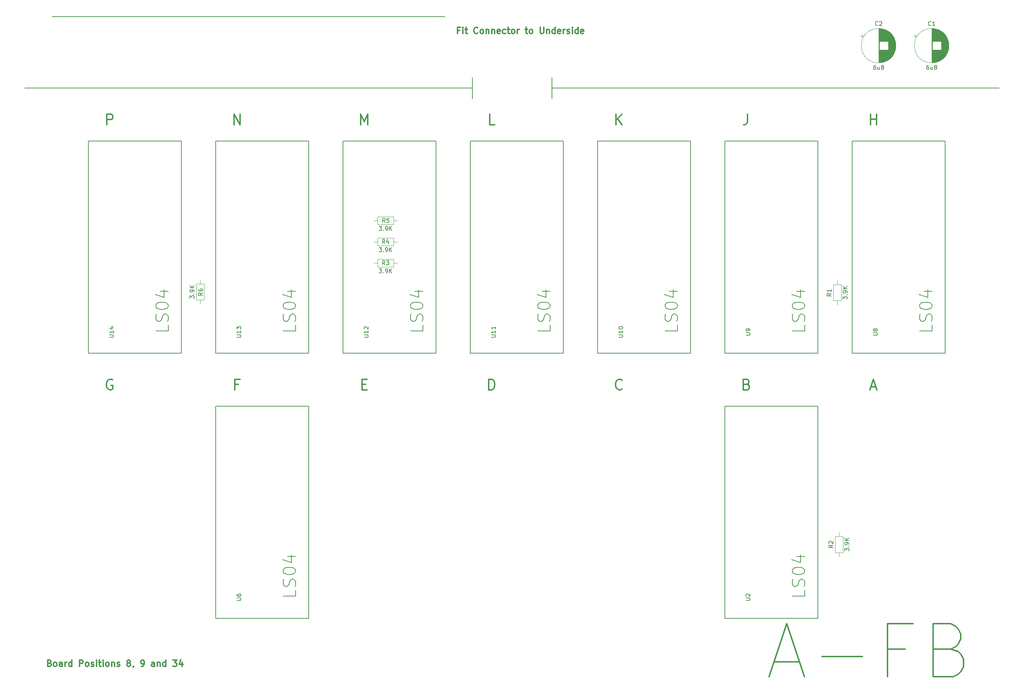
<source format=gbr>
G04 #@! TF.GenerationSoftware,KiCad,Pcbnew,(5.0.0)*
G04 #@! TF.CreationDate,2019-08-30T17:46:26+01:00*
G04 #@! TF.ProjectId,A-FB,412D46422E6B696361645F7063620000,rev?*
G04 #@! TF.SameCoordinates,Original*
G04 #@! TF.FileFunction,Legend,Top*
G04 #@! TF.FilePolarity,Positive*
%FSLAX46Y46*%
G04 Gerber Fmt 4.6, Leading zero omitted, Abs format (unit mm)*
G04 Created by KiCad (PCBNEW (5.0.0)) date 08/30/19 17:46:26*
%MOMM*%
%LPD*%
G01*
G04 APERTURE LIST*
%ADD10C,0.300000*%
%ADD11C,0.200000*%
%ADD12C,0.150000*%
%ADD13C,0.120000*%
G04 APERTURE END LIST*
D10*
X31357142Y-180892857D02*
X31571428Y-180964285D01*
X31642857Y-181035714D01*
X31714285Y-181178571D01*
X31714285Y-181392857D01*
X31642857Y-181535714D01*
X31571428Y-181607142D01*
X31428571Y-181678571D01*
X30857142Y-181678571D01*
X30857142Y-180178571D01*
X31357142Y-180178571D01*
X31500000Y-180250000D01*
X31571428Y-180321428D01*
X31642857Y-180464285D01*
X31642857Y-180607142D01*
X31571428Y-180750000D01*
X31500000Y-180821428D01*
X31357142Y-180892857D01*
X30857142Y-180892857D01*
X32571428Y-181678571D02*
X32428571Y-181607142D01*
X32357142Y-181535714D01*
X32285714Y-181392857D01*
X32285714Y-180964285D01*
X32357142Y-180821428D01*
X32428571Y-180750000D01*
X32571428Y-180678571D01*
X32785714Y-180678571D01*
X32928571Y-180750000D01*
X33000000Y-180821428D01*
X33071428Y-180964285D01*
X33071428Y-181392857D01*
X33000000Y-181535714D01*
X32928571Y-181607142D01*
X32785714Y-181678571D01*
X32571428Y-181678571D01*
X34357142Y-181678571D02*
X34357142Y-180892857D01*
X34285714Y-180750000D01*
X34142857Y-180678571D01*
X33857142Y-180678571D01*
X33714285Y-180750000D01*
X34357142Y-181607142D02*
X34214285Y-181678571D01*
X33857142Y-181678571D01*
X33714285Y-181607142D01*
X33642857Y-181464285D01*
X33642857Y-181321428D01*
X33714285Y-181178571D01*
X33857142Y-181107142D01*
X34214285Y-181107142D01*
X34357142Y-181035714D01*
X35071428Y-181678571D02*
X35071428Y-180678571D01*
X35071428Y-180964285D02*
X35142857Y-180821428D01*
X35214285Y-180750000D01*
X35357142Y-180678571D01*
X35500000Y-180678571D01*
X36642857Y-181678571D02*
X36642857Y-180178571D01*
X36642857Y-181607142D02*
X36500000Y-181678571D01*
X36214285Y-181678571D01*
X36071428Y-181607142D01*
X36000000Y-181535714D01*
X35928571Y-181392857D01*
X35928571Y-180964285D01*
X36000000Y-180821428D01*
X36071428Y-180750000D01*
X36214285Y-180678571D01*
X36500000Y-180678571D01*
X36642857Y-180750000D01*
X38500000Y-181678571D02*
X38500000Y-180178571D01*
X39071428Y-180178571D01*
X39214285Y-180250000D01*
X39285714Y-180321428D01*
X39357142Y-180464285D01*
X39357142Y-180678571D01*
X39285714Y-180821428D01*
X39214285Y-180892857D01*
X39071428Y-180964285D01*
X38500000Y-180964285D01*
X40214285Y-181678571D02*
X40071428Y-181607142D01*
X40000000Y-181535714D01*
X39928571Y-181392857D01*
X39928571Y-180964285D01*
X40000000Y-180821428D01*
X40071428Y-180750000D01*
X40214285Y-180678571D01*
X40428571Y-180678571D01*
X40571428Y-180750000D01*
X40642857Y-180821428D01*
X40714285Y-180964285D01*
X40714285Y-181392857D01*
X40642857Y-181535714D01*
X40571428Y-181607142D01*
X40428571Y-181678571D01*
X40214285Y-181678571D01*
X41285714Y-181607142D02*
X41428571Y-181678571D01*
X41714285Y-181678571D01*
X41857142Y-181607142D01*
X41928571Y-181464285D01*
X41928571Y-181392857D01*
X41857142Y-181250000D01*
X41714285Y-181178571D01*
X41500000Y-181178571D01*
X41357142Y-181107142D01*
X41285714Y-180964285D01*
X41285714Y-180892857D01*
X41357142Y-180750000D01*
X41500000Y-180678571D01*
X41714285Y-180678571D01*
X41857142Y-180750000D01*
X42571428Y-181678571D02*
X42571428Y-180678571D01*
X42571428Y-180178571D02*
X42500000Y-180250000D01*
X42571428Y-180321428D01*
X42642857Y-180250000D01*
X42571428Y-180178571D01*
X42571428Y-180321428D01*
X43071428Y-180678571D02*
X43642857Y-180678571D01*
X43285714Y-180178571D02*
X43285714Y-181464285D01*
X43357142Y-181607142D01*
X43500000Y-181678571D01*
X43642857Y-181678571D01*
X44142857Y-181678571D02*
X44142857Y-180678571D01*
X44142857Y-180178571D02*
X44071428Y-180250000D01*
X44142857Y-180321428D01*
X44214285Y-180250000D01*
X44142857Y-180178571D01*
X44142857Y-180321428D01*
X45071428Y-181678571D02*
X44928571Y-181607142D01*
X44857142Y-181535714D01*
X44785714Y-181392857D01*
X44785714Y-180964285D01*
X44857142Y-180821428D01*
X44928571Y-180750000D01*
X45071428Y-180678571D01*
X45285714Y-180678571D01*
X45428571Y-180750000D01*
X45500000Y-180821428D01*
X45571428Y-180964285D01*
X45571428Y-181392857D01*
X45500000Y-181535714D01*
X45428571Y-181607142D01*
X45285714Y-181678571D01*
X45071428Y-181678571D01*
X46214285Y-180678571D02*
X46214285Y-181678571D01*
X46214285Y-180821428D02*
X46285714Y-180750000D01*
X46428571Y-180678571D01*
X46642857Y-180678571D01*
X46785714Y-180750000D01*
X46857142Y-180892857D01*
X46857142Y-181678571D01*
X47500000Y-181607142D02*
X47642857Y-181678571D01*
X47928571Y-181678571D01*
X48071428Y-181607142D01*
X48142857Y-181464285D01*
X48142857Y-181392857D01*
X48071428Y-181250000D01*
X47928571Y-181178571D01*
X47714285Y-181178571D01*
X47571428Y-181107142D01*
X47500000Y-180964285D01*
X47500000Y-180892857D01*
X47571428Y-180750000D01*
X47714285Y-180678571D01*
X47928571Y-180678571D01*
X48071428Y-180750000D01*
X50142857Y-180821428D02*
X50000000Y-180750000D01*
X49928571Y-180678571D01*
X49857142Y-180535714D01*
X49857142Y-180464285D01*
X49928571Y-180321428D01*
X50000000Y-180250000D01*
X50142857Y-180178571D01*
X50428571Y-180178571D01*
X50571428Y-180250000D01*
X50642857Y-180321428D01*
X50714285Y-180464285D01*
X50714285Y-180535714D01*
X50642857Y-180678571D01*
X50571428Y-180750000D01*
X50428571Y-180821428D01*
X50142857Y-180821428D01*
X50000000Y-180892857D01*
X49928571Y-180964285D01*
X49857142Y-181107142D01*
X49857142Y-181392857D01*
X49928571Y-181535714D01*
X50000000Y-181607142D01*
X50142857Y-181678571D01*
X50428571Y-181678571D01*
X50571428Y-181607142D01*
X50642857Y-181535714D01*
X50714285Y-181392857D01*
X50714285Y-181107142D01*
X50642857Y-180964285D01*
X50571428Y-180892857D01*
X50428571Y-180821428D01*
X51428571Y-181607142D02*
X51428571Y-181678571D01*
X51357142Y-181821428D01*
X51285714Y-181892857D01*
X53285714Y-181678571D02*
X53571428Y-181678571D01*
X53714285Y-181607142D01*
X53785714Y-181535714D01*
X53928571Y-181321428D01*
X53999999Y-181035714D01*
X53999999Y-180464285D01*
X53928571Y-180321428D01*
X53857142Y-180250000D01*
X53714285Y-180178571D01*
X53428571Y-180178571D01*
X53285714Y-180250000D01*
X53214285Y-180321428D01*
X53142857Y-180464285D01*
X53142857Y-180821428D01*
X53214285Y-180964285D01*
X53285714Y-181035714D01*
X53428571Y-181107142D01*
X53714285Y-181107142D01*
X53857142Y-181035714D01*
X53928571Y-180964285D01*
X53999999Y-180821428D01*
X56428571Y-181678571D02*
X56428571Y-180892857D01*
X56357142Y-180750000D01*
X56214285Y-180678571D01*
X55928571Y-180678571D01*
X55785714Y-180750000D01*
X56428571Y-181607142D02*
X56285714Y-181678571D01*
X55928571Y-181678571D01*
X55785714Y-181607142D01*
X55714285Y-181464285D01*
X55714285Y-181321428D01*
X55785714Y-181178571D01*
X55928571Y-181107142D01*
X56285714Y-181107142D01*
X56428571Y-181035714D01*
X57142857Y-180678571D02*
X57142857Y-181678571D01*
X57142857Y-180821428D02*
X57214285Y-180750000D01*
X57357142Y-180678571D01*
X57571428Y-180678571D01*
X57714285Y-180750000D01*
X57785714Y-180892857D01*
X57785714Y-181678571D01*
X59142857Y-181678571D02*
X59142857Y-180178571D01*
X59142857Y-181607142D02*
X59000000Y-181678571D01*
X58714285Y-181678571D01*
X58571428Y-181607142D01*
X58500000Y-181535714D01*
X58428571Y-181392857D01*
X58428571Y-180964285D01*
X58500000Y-180821428D01*
X58571428Y-180750000D01*
X58714285Y-180678571D01*
X59000000Y-180678571D01*
X59142857Y-180750000D01*
X60857142Y-180178571D02*
X61785714Y-180178571D01*
X61285714Y-180750000D01*
X61500000Y-180750000D01*
X61642857Y-180821428D01*
X61714285Y-180892857D01*
X61785714Y-181035714D01*
X61785714Y-181392857D01*
X61714285Y-181535714D01*
X61642857Y-181607142D01*
X61500000Y-181678571D01*
X61071428Y-181678571D01*
X60928571Y-181607142D01*
X60857142Y-181535714D01*
X63071428Y-180678571D02*
X63071428Y-181678571D01*
X62714285Y-180107142D02*
X62357142Y-181178571D01*
X63285714Y-181178571D01*
X45054761Y-51949047D02*
X45054761Y-49409047D01*
X46022380Y-49409047D01*
X46264285Y-49530000D01*
X46385238Y-49650952D01*
X46506190Y-49892857D01*
X46506190Y-50255714D01*
X46385238Y-50497619D01*
X46264285Y-50618571D01*
X46022380Y-50739523D01*
X45054761Y-50739523D01*
X75474285Y-51949047D02*
X75474285Y-49409047D01*
X76925714Y-51949047D01*
X76925714Y-49409047D01*
X105833333Y-51949047D02*
X105833333Y-49409047D01*
X106680000Y-51223333D01*
X107526666Y-49409047D01*
X107526666Y-51949047D01*
X137946190Y-51949047D02*
X136736666Y-51949047D01*
X136736666Y-49409047D01*
X166974761Y-51949047D02*
X166974761Y-49409047D01*
X168426190Y-51949047D02*
X167337619Y-50497619D01*
X168426190Y-49409047D02*
X166974761Y-50860476D01*
X198482857Y-49409047D02*
X198482857Y-51223333D01*
X198361904Y-51586190D01*
X198120000Y-51828095D01*
X197757142Y-51949047D01*
X197515238Y-51949047D01*
X227874285Y-51949047D02*
X227874285Y-49409047D01*
X227874285Y-50618571D02*
X229325714Y-50618571D01*
X229325714Y-51949047D02*
X229325714Y-49409047D01*
X46385238Y-113030000D02*
X46143333Y-112909047D01*
X45780476Y-112909047D01*
X45417619Y-113030000D01*
X45175714Y-113271904D01*
X45054761Y-113513809D01*
X44933809Y-113997619D01*
X44933809Y-114360476D01*
X45054761Y-114844285D01*
X45175714Y-115086190D01*
X45417619Y-115328095D01*
X45780476Y-115449047D01*
X46022380Y-115449047D01*
X46385238Y-115328095D01*
X46506190Y-115207142D01*
X46506190Y-114360476D01*
X46022380Y-114360476D01*
X76562857Y-114118571D02*
X75716190Y-114118571D01*
X75716190Y-115449047D02*
X75716190Y-112909047D01*
X76925714Y-112909047D01*
X106135714Y-114118571D02*
X106982380Y-114118571D01*
X107345238Y-115449047D02*
X106135714Y-115449047D01*
X106135714Y-112909047D01*
X107345238Y-112909047D01*
X136494761Y-115449047D02*
X136494761Y-112909047D01*
X137099523Y-112909047D01*
X137462380Y-113030000D01*
X137704285Y-113271904D01*
X137825238Y-113513809D01*
X137946190Y-113997619D01*
X137946190Y-114360476D01*
X137825238Y-114844285D01*
X137704285Y-115086190D01*
X137462380Y-115328095D01*
X137099523Y-115449047D01*
X136494761Y-115449047D01*
X168426190Y-115207142D02*
X168305238Y-115328095D01*
X167942380Y-115449047D01*
X167700476Y-115449047D01*
X167337619Y-115328095D01*
X167095714Y-115086190D01*
X166974761Y-114844285D01*
X166853809Y-114360476D01*
X166853809Y-113997619D01*
X166974761Y-113513809D01*
X167095714Y-113271904D01*
X167337619Y-113030000D01*
X167700476Y-112909047D01*
X167942380Y-112909047D01*
X168305238Y-113030000D01*
X168426190Y-113150952D01*
X198301428Y-114118571D02*
X198664285Y-114239523D01*
X198785238Y-114360476D01*
X198906190Y-114602380D01*
X198906190Y-114965238D01*
X198785238Y-115207142D01*
X198664285Y-115328095D01*
X198422380Y-115449047D01*
X197454761Y-115449047D01*
X197454761Y-112909047D01*
X198301428Y-112909047D01*
X198543333Y-113030000D01*
X198664285Y-113150952D01*
X198785238Y-113392857D01*
X198785238Y-113634761D01*
X198664285Y-113876666D01*
X198543333Y-113997619D01*
X198301428Y-114118571D01*
X197454761Y-114118571D01*
X227995238Y-114723333D02*
X229204761Y-114723333D01*
X227753333Y-115449047D02*
X228600000Y-112909047D01*
X229446666Y-115449047D01*
X129510071Y-29356857D02*
X129010071Y-29356857D01*
X129010071Y-30142571D02*
X129010071Y-28642571D01*
X129724357Y-28642571D01*
X130295785Y-30142571D02*
X130295785Y-29142571D01*
X130295785Y-28642571D02*
X130224357Y-28714000D01*
X130295785Y-28785428D01*
X130367214Y-28714000D01*
X130295785Y-28642571D01*
X130295785Y-28785428D01*
X130795785Y-29142571D02*
X131367214Y-29142571D01*
X131010071Y-28642571D02*
X131010071Y-29928285D01*
X131081500Y-30071142D01*
X131224357Y-30142571D01*
X131367214Y-30142571D01*
X133867214Y-29999714D02*
X133795785Y-30071142D01*
X133581500Y-30142571D01*
X133438642Y-30142571D01*
X133224357Y-30071142D01*
X133081500Y-29928285D01*
X133010071Y-29785428D01*
X132938642Y-29499714D01*
X132938642Y-29285428D01*
X133010071Y-28999714D01*
X133081500Y-28856857D01*
X133224357Y-28714000D01*
X133438642Y-28642571D01*
X133581500Y-28642571D01*
X133795785Y-28714000D01*
X133867214Y-28785428D01*
X134724357Y-30142571D02*
X134581500Y-30071142D01*
X134510071Y-29999714D01*
X134438642Y-29856857D01*
X134438642Y-29428285D01*
X134510071Y-29285428D01*
X134581500Y-29214000D01*
X134724357Y-29142571D01*
X134938642Y-29142571D01*
X135081500Y-29214000D01*
X135152928Y-29285428D01*
X135224357Y-29428285D01*
X135224357Y-29856857D01*
X135152928Y-29999714D01*
X135081500Y-30071142D01*
X134938642Y-30142571D01*
X134724357Y-30142571D01*
X135867214Y-29142571D02*
X135867214Y-30142571D01*
X135867214Y-29285428D02*
X135938642Y-29214000D01*
X136081500Y-29142571D01*
X136295785Y-29142571D01*
X136438642Y-29214000D01*
X136510071Y-29356857D01*
X136510071Y-30142571D01*
X137224357Y-29142571D02*
X137224357Y-30142571D01*
X137224357Y-29285428D02*
X137295785Y-29214000D01*
X137438642Y-29142571D01*
X137652928Y-29142571D01*
X137795785Y-29214000D01*
X137867214Y-29356857D01*
X137867214Y-30142571D01*
X139152928Y-30071142D02*
X139010071Y-30142571D01*
X138724357Y-30142571D01*
X138581500Y-30071142D01*
X138510071Y-29928285D01*
X138510071Y-29356857D01*
X138581500Y-29214000D01*
X138724357Y-29142571D01*
X139010071Y-29142571D01*
X139152928Y-29214000D01*
X139224357Y-29356857D01*
X139224357Y-29499714D01*
X138510071Y-29642571D01*
X140510071Y-30071142D02*
X140367214Y-30142571D01*
X140081500Y-30142571D01*
X139938642Y-30071142D01*
X139867214Y-29999714D01*
X139795785Y-29856857D01*
X139795785Y-29428285D01*
X139867214Y-29285428D01*
X139938642Y-29214000D01*
X140081500Y-29142571D01*
X140367214Y-29142571D01*
X140510071Y-29214000D01*
X140938642Y-29142571D02*
X141510071Y-29142571D01*
X141152928Y-28642571D02*
X141152928Y-29928285D01*
X141224357Y-30071142D01*
X141367214Y-30142571D01*
X141510071Y-30142571D01*
X142224357Y-30142571D02*
X142081500Y-30071142D01*
X142010071Y-29999714D01*
X141938642Y-29856857D01*
X141938642Y-29428285D01*
X142010071Y-29285428D01*
X142081500Y-29214000D01*
X142224357Y-29142571D01*
X142438642Y-29142571D01*
X142581500Y-29214000D01*
X142652928Y-29285428D01*
X142724357Y-29428285D01*
X142724357Y-29856857D01*
X142652928Y-29999714D01*
X142581500Y-30071142D01*
X142438642Y-30142571D01*
X142224357Y-30142571D01*
X143367214Y-30142571D02*
X143367214Y-29142571D01*
X143367214Y-29428285D02*
X143438642Y-29285428D01*
X143510071Y-29214000D01*
X143652928Y-29142571D01*
X143795785Y-29142571D01*
X145224357Y-29142571D02*
X145795785Y-29142571D01*
X145438642Y-28642571D02*
X145438642Y-29928285D01*
X145510071Y-30071142D01*
X145652928Y-30142571D01*
X145795785Y-30142571D01*
X146510071Y-30142571D02*
X146367214Y-30071142D01*
X146295785Y-29999714D01*
X146224357Y-29856857D01*
X146224357Y-29428285D01*
X146295785Y-29285428D01*
X146367214Y-29214000D01*
X146510071Y-29142571D01*
X146724357Y-29142571D01*
X146867214Y-29214000D01*
X146938642Y-29285428D01*
X147010071Y-29428285D01*
X147010071Y-29856857D01*
X146938642Y-29999714D01*
X146867214Y-30071142D01*
X146724357Y-30142571D01*
X146510071Y-30142571D01*
X148795785Y-28642571D02*
X148795785Y-29856857D01*
X148867214Y-29999714D01*
X148938642Y-30071142D01*
X149081500Y-30142571D01*
X149367214Y-30142571D01*
X149510071Y-30071142D01*
X149581500Y-29999714D01*
X149652928Y-29856857D01*
X149652928Y-28642571D01*
X150367214Y-29142571D02*
X150367214Y-30142571D01*
X150367214Y-29285428D02*
X150438642Y-29214000D01*
X150581500Y-29142571D01*
X150795785Y-29142571D01*
X150938642Y-29214000D01*
X151010071Y-29356857D01*
X151010071Y-30142571D01*
X152367214Y-30142571D02*
X152367214Y-28642571D01*
X152367214Y-30071142D02*
X152224357Y-30142571D01*
X151938642Y-30142571D01*
X151795785Y-30071142D01*
X151724357Y-29999714D01*
X151652928Y-29856857D01*
X151652928Y-29428285D01*
X151724357Y-29285428D01*
X151795785Y-29214000D01*
X151938642Y-29142571D01*
X152224357Y-29142571D01*
X152367214Y-29214000D01*
X153652928Y-30071142D02*
X153510071Y-30142571D01*
X153224357Y-30142571D01*
X153081500Y-30071142D01*
X153010071Y-29928285D01*
X153010071Y-29356857D01*
X153081500Y-29214000D01*
X153224357Y-29142571D01*
X153510071Y-29142571D01*
X153652928Y-29214000D01*
X153724357Y-29356857D01*
X153724357Y-29499714D01*
X153010071Y-29642571D01*
X154367214Y-30142571D02*
X154367214Y-29142571D01*
X154367214Y-29428285D02*
X154438642Y-29285428D01*
X154510071Y-29214000D01*
X154652928Y-29142571D01*
X154795785Y-29142571D01*
X155224357Y-30071142D02*
X155367214Y-30142571D01*
X155652928Y-30142571D01*
X155795785Y-30071142D01*
X155867214Y-29928285D01*
X155867214Y-29856857D01*
X155795785Y-29714000D01*
X155652928Y-29642571D01*
X155438642Y-29642571D01*
X155295785Y-29571142D01*
X155224357Y-29428285D01*
X155224357Y-29356857D01*
X155295785Y-29214000D01*
X155438642Y-29142571D01*
X155652928Y-29142571D01*
X155795785Y-29214000D01*
X156510071Y-30142571D02*
X156510071Y-29142571D01*
X156510071Y-28642571D02*
X156438642Y-28714000D01*
X156510071Y-28785428D01*
X156581500Y-28714000D01*
X156510071Y-28642571D01*
X156510071Y-28785428D01*
X157867214Y-30142571D02*
X157867214Y-28642571D01*
X157867214Y-30071142D02*
X157724357Y-30142571D01*
X157438642Y-30142571D01*
X157295785Y-30071142D01*
X157224357Y-29999714D01*
X157152928Y-29856857D01*
X157152928Y-29428285D01*
X157224357Y-29285428D01*
X157295785Y-29214000D01*
X157438642Y-29142571D01*
X157724357Y-29142571D01*
X157867214Y-29214000D01*
X159152928Y-30071142D02*
X159010071Y-30142571D01*
X158724357Y-30142571D01*
X158581500Y-30071142D01*
X158510071Y-29928285D01*
X158510071Y-29356857D01*
X158581500Y-29214000D01*
X158724357Y-29142571D01*
X159010071Y-29142571D01*
X159152928Y-29214000D01*
X159224357Y-29356857D01*
X159224357Y-29499714D01*
X158510071Y-29642571D01*
D11*
X32004000Y-26098500D02*
X125984000Y-26098500D01*
X151599900Y-40640000D02*
X151599900Y-45720000D01*
X151599900Y-43180000D02*
X258749800Y-43180000D01*
X132549900Y-40640000D02*
X132549900Y-45720000D01*
X25400000Y-43180000D02*
X132549900Y-43180000D01*
D10*
X204778428Y-180551666D02*
X210826047Y-180551666D01*
X203568904Y-184180238D02*
X207802238Y-171480238D01*
X212035571Y-184180238D01*
X216268904Y-179342142D02*
X225945095Y-179342142D01*
X236226047Y-177527857D02*
X231992714Y-177527857D01*
X231992714Y-184180238D02*
X231992714Y-171480238D01*
X238040333Y-171480238D01*
X247111761Y-177527857D02*
X248926047Y-178132619D01*
X249530809Y-178737380D01*
X250135571Y-179946904D01*
X250135571Y-181761190D01*
X249530809Y-182970714D01*
X248926047Y-183575476D01*
X247716523Y-184180238D01*
X242878428Y-184180238D01*
X242878428Y-171480238D01*
X247111761Y-171480238D01*
X248321285Y-172085000D01*
X248926047Y-172689761D01*
X249530809Y-173899285D01*
X249530809Y-175108809D01*
X248926047Y-176318333D01*
X248321285Y-176923095D01*
X247111761Y-177527857D01*
X242878428Y-177527857D01*
D12*
G04 #@! TO.C,U8*
X245745000Y-106680000D02*
X223520000Y-106680000D01*
X245745000Y-55880000D02*
X245745000Y-106680000D01*
X223520000Y-55880000D02*
X245745000Y-55880000D01*
X223520000Y-106680000D02*
X223520000Y-55880000D01*
G04 #@! TO.C,U12*
X123825000Y-106680000D02*
X101600000Y-106680000D01*
X123825000Y-55880000D02*
X123825000Y-106680000D01*
X101600000Y-55880000D02*
X123825000Y-55880000D01*
X101600000Y-106680000D02*
X101600000Y-55880000D01*
G04 #@! TO.C,U11*
X154305000Y-106680000D02*
X132080000Y-106680000D01*
X154305000Y-55880000D02*
X154305000Y-106680000D01*
X132080000Y-55880000D02*
X154305000Y-55880000D01*
X132080000Y-106680000D02*
X132080000Y-55880000D01*
G04 #@! TO.C,U14*
X62865000Y-106680000D02*
X40640000Y-106680000D01*
X62865000Y-55880000D02*
X62865000Y-106680000D01*
X40640000Y-55880000D02*
X62865000Y-55880000D01*
X40640000Y-106680000D02*
X40640000Y-55880000D01*
G04 #@! TO.C,U13*
X93345000Y-106680000D02*
X71120000Y-106680000D01*
X93345000Y-55880000D02*
X93345000Y-106680000D01*
X71120000Y-55880000D02*
X93345000Y-55880000D01*
X71120000Y-106680000D02*
X71120000Y-55880000D01*
D13*
G04 #@! TO.C,R3*
X109865000Y-84144600D02*
X109865000Y-85984600D01*
X109865000Y-85984600D02*
X113705000Y-85984600D01*
X113705000Y-85984600D02*
X113705000Y-84144600D01*
X113705000Y-84144600D02*
X109865000Y-84144600D01*
X108915000Y-85064600D02*
X109865000Y-85064600D01*
X114655000Y-85064600D02*
X113705000Y-85064600D01*
G04 #@! TO.C,R4*
X109865000Y-79090000D02*
X109865000Y-80930000D01*
X109865000Y-80930000D02*
X113705000Y-80930000D01*
X113705000Y-80930000D02*
X113705000Y-79090000D01*
X113705000Y-79090000D02*
X109865000Y-79090000D01*
X108915000Y-80010000D02*
X109865000Y-80010000D01*
X114655000Y-80010000D02*
X113705000Y-80010000D01*
G04 #@! TO.C,R5*
X109865000Y-74010000D02*
X109865000Y-75850000D01*
X109865000Y-75850000D02*
X113705000Y-75850000D01*
X113705000Y-75850000D02*
X113705000Y-74010000D01*
X113705000Y-74010000D02*
X109865000Y-74010000D01*
X108915000Y-74930000D02*
X109865000Y-74930000D01*
X114655000Y-74930000D02*
X113705000Y-74930000D01*
G04 #@! TO.C,R6*
X68331600Y-90053400D02*
X66491600Y-90053400D01*
X66491600Y-90053400D02*
X66491600Y-93893400D01*
X66491600Y-93893400D02*
X68331600Y-93893400D01*
X68331600Y-93893400D02*
X68331600Y-90053400D01*
X67411600Y-89103400D02*
X67411600Y-90053400D01*
X67411600Y-94843400D02*
X67411600Y-93893400D01*
D12*
G04 #@! TO.C,U2*
X215265000Y-170180000D02*
X193040000Y-170180000D01*
X215265000Y-119380000D02*
X215265000Y-170180000D01*
X193040000Y-119380000D02*
X215265000Y-119380000D01*
X193040000Y-170180000D02*
X193040000Y-119380000D01*
G04 #@! TO.C,U6*
X93345000Y-170180000D02*
X71120000Y-170180000D01*
X93345000Y-119380000D02*
X93345000Y-170180000D01*
X71120000Y-119380000D02*
X93345000Y-119380000D01*
X71120000Y-170180000D02*
X71120000Y-119380000D01*
G04 #@! TO.C,U9*
X215265000Y-106680000D02*
X193040000Y-106680000D01*
X215265000Y-55880000D02*
X215265000Y-106680000D01*
X193040000Y-55880000D02*
X215265000Y-55880000D01*
X193040000Y-106680000D02*
X193040000Y-55880000D01*
G04 #@! TO.C,U10*
X184785000Y-106680000D02*
X162560000Y-106680000D01*
X184785000Y-55880000D02*
X184785000Y-106680000D01*
X162560000Y-55880000D02*
X184785000Y-55880000D01*
X162560000Y-106680000D02*
X162560000Y-55880000D01*
D13*
G04 #@! TO.C,C1*
X238540302Y-30305000D02*
X238540302Y-31105000D01*
X238140302Y-30705000D02*
X238940302Y-30705000D01*
X246631000Y-32487000D02*
X246631000Y-33553000D01*
X246591000Y-32252000D02*
X246591000Y-33788000D01*
X246551000Y-32072000D02*
X246551000Y-33968000D01*
X246511000Y-31922000D02*
X246511000Y-34118000D01*
X246471000Y-31791000D02*
X246471000Y-34249000D01*
X246431000Y-31674000D02*
X246431000Y-34366000D01*
X246391000Y-31567000D02*
X246391000Y-34473000D01*
X246351000Y-31468000D02*
X246351000Y-34572000D01*
X246311000Y-31375000D02*
X246311000Y-34665000D01*
X246271000Y-31289000D02*
X246271000Y-34751000D01*
X246231000Y-31207000D02*
X246231000Y-34833000D01*
X246191000Y-31130000D02*
X246191000Y-34910000D01*
X246151000Y-31056000D02*
X246151000Y-34984000D01*
X246111000Y-30986000D02*
X246111000Y-35054000D01*
X246071000Y-30918000D02*
X246071000Y-35122000D01*
X246031000Y-30854000D02*
X246031000Y-35186000D01*
X245991000Y-30792000D02*
X245991000Y-35248000D01*
X245951000Y-30733000D02*
X245951000Y-35307000D01*
X245911000Y-30675000D02*
X245911000Y-35365000D01*
X245871000Y-30620000D02*
X245871000Y-35420000D01*
X245831000Y-30566000D02*
X245831000Y-35474000D01*
X245791000Y-30515000D02*
X245791000Y-35525000D01*
X245751000Y-30464000D02*
X245751000Y-35576000D01*
X245711000Y-30416000D02*
X245711000Y-35624000D01*
X245671000Y-30369000D02*
X245671000Y-35671000D01*
X245631000Y-30323000D02*
X245631000Y-35717000D01*
X245591000Y-30279000D02*
X245591000Y-35761000D01*
X245551000Y-30236000D02*
X245551000Y-35804000D01*
X245511000Y-30194000D02*
X245511000Y-35846000D01*
X245471000Y-30153000D02*
X245471000Y-35887000D01*
X245431000Y-30113000D02*
X245431000Y-35927000D01*
X245391000Y-30075000D02*
X245391000Y-35965000D01*
X245351000Y-30037000D02*
X245351000Y-36003000D01*
X245311000Y-30001000D02*
X245311000Y-36039000D01*
X245271000Y-29965000D02*
X245271000Y-36075000D01*
X245231000Y-29930000D02*
X245231000Y-36110000D01*
X245191000Y-29896000D02*
X245191000Y-36144000D01*
X245151000Y-29864000D02*
X245151000Y-36176000D01*
X245111000Y-29831000D02*
X245111000Y-36209000D01*
X245071000Y-29800000D02*
X245071000Y-36240000D01*
X245031000Y-29770000D02*
X245031000Y-36270000D01*
X244991000Y-29740000D02*
X244991000Y-36300000D01*
X244951000Y-29711000D02*
X244951000Y-36329000D01*
X244911000Y-29682000D02*
X244911000Y-36358000D01*
X244871000Y-29655000D02*
X244871000Y-36385000D01*
X244831000Y-34060000D02*
X244831000Y-36412000D01*
X244831000Y-29628000D02*
X244831000Y-31980000D01*
X244791000Y-34060000D02*
X244791000Y-36438000D01*
X244791000Y-29602000D02*
X244791000Y-31980000D01*
X244751000Y-34060000D02*
X244751000Y-36464000D01*
X244751000Y-29576000D02*
X244751000Y-31980000D01*
X244711000Y-34060000D02*
X244711000Y-36489000D01*
X244711000Y-29551000D02*
X244711000Y-31980000D01*
X244671000Y-34060000D02*
X244671000Y-36513000D01*
X244671000Y-29527000D02*
X244671000Y-31980000D01*
X244631000Y-34060000D02*
X244631000Y-36537000D01*
X244631000Y-29503000D02*
X244631000Y-31980000D01*
X244591000Y-34060000D02*
X244591000Y-36560000D01*
X244591000Y-29480000D02*
X244591000Y-31980000D01*
X244551000Y-34060000D02*
X244551000Y-36582000D01*
X244551000Y-29458000D02*
X244551000Y-31980000D01*
X244511000Y-34060000D02*
X244511000Y-36604000D01*
X244511000Y-29436000D02*
X244511000Y-31980000D01*
X244471000Y-34060000D02*
X244471000Y-36626000D01*
X244471000Y-29414000D02*
X244471000Y-31980000D01*
X244431000Y-34060000D02*
X244431000Y-36647000D01*
X244431000Y-29393000D02*
X244431000Y-31980000D01*
X244391000Y-34060000D02*
X244391000Y-36667000D01*
X244391000Y-29373000D02*
X244391000Y-31980000D01*
X244351000Y-34060000D02*
X244351000Y-36686000D01*
X244351000Y-29354000D02*
X244351000Y-31980000D01*
X244311000Y-34060000D02*
X244311000Y-36706000D01*
X244311000Y-29334000D02*
X244311000Y-31980000D01*
X244271000Y-34060000D02*
X244271000Y-36724000D01*
X244271000Y-29316000D02*
X244271000Y-31980000D01*
X244231000Y-34060000D02*
X244231000Y-36742000D01*
X244231000Y-29298000D02*
X244231000Y-31980000D01*
X244191000Y-34060000D02*
X244191000Y-36760000D01*
X244191000Y-29280000D02*
X244191000Y-31980000D01*
X244151000Y-34060000D02*
X244151000Y-36777000D01*
X244151000Y-29263000D02*
X244151000Y-31980000D01*
X244111000Y-34060000D02*
X244111000Y-36794000D01*
X244111000Y-29246000D02*
X244111000Y-31980000D01*
X244071000Y-34060000D02*
X244071000Y-36810000D01*
X244071000Y-29230000D02*
X244071000Y-31980000D01*
X244031000Y-34060000D02*
X244031000Y-36825000D01*
X244031000Y-29215000D02*
X244031000Y-31980000D01*
X243991000Y-34060000D02*
X243991000Y-36841000D01*
X243991000Y-29199000D02*
X243991000Y-31980000D01*
X243951000Y-34060000D02*
X243951000Y-36855000D01*
X243951000Y-29185000D02*
X243951000Y-31980000D01*
X243911000Y-34060000D02*
X243911000Y-36870000D01*
X243911000Y-29170000D02*
X243911000Y-31980000D01*
X243871000Y-34060000D02*
X243871000Y-36883000D01*
X243871000Y-29157000D02*
X243871000Y-31980000D01*
X243831000Y-34060000D02*
X243831000Y-36897000D01*
X243831000Y-29143000D02*
X243831000Y-31980000D01*
X243791000Y-34060000D02*
X243791000Y-36909000D01*
X243791000Y-29131000D02*
X243791000Y-31980000D01*
X243751000Y-34060000D02*
X243751000Y-36922000D01*
X243751000Y-29118000D02*
X243751000Y-31980000D01*
X243711000Y-34060000D02*
X243711000Y-36934000D01*
X243711000Y-29106000D02*
X243711000Y-31980000D01*
X243671000Y-34060000D02*
X243671000Y-36945000D01*
X243671000Y-29095000D02*
X243671000Y-31980000D01*
X243631000Y-34060000D02*
X243631000Y-36956000D01*
X243631000Y-29084000D02*
X243631000Y-31980000D01*
X243591000Y-34060000D02*
X243591000Y-36967000D01*
X243591000Y-29073000D02*
X243591000Y-31980000D01*
X243551000Y-34060000D02*
X243551000Y-36977000D01*
X243551000Y-29063000D02*
X243551000Y-31980000D01*
X243511000Y-34060000D02*
X243511000Y-36987000D01*
X243511000Y-29053000D02*
X243511000Y-31980000D01*
X243471000Y-34060000D02*
X243471000Y-36996000D01*
X243471000Y-29044000D02*
X243471000Y-31980000D01*
X243431000Y-34060000D02*
X243431000Y-37005000D01*
X243431000Y-29035000D02*
X243431000Y-31980000D01*
X243391000Y-34060000D02*
X243391000Y-37014000D01*
X243391000Y-29026000D02*
X243391000Y-31980000D01*
X243351000Y-34060000D02*
X243351000Y-37022000D01*
X243351000Y-29018000D02*
X243351000Y-31980000D01*
X243311000Y-34060000D02*
X243311000Y-37030000D01*
X243311000Y-29010000D02*
X243311000Y-31980000D01*
X243271000Y-34060000D02*
X243271000Y-37037000D01*
X243271000Y-29003000D02*
X243271000Y-31980000D01*
X243230000Y-34060000D02*
X243230000Y-37044000D01*
X243230000Y-28996000D02*
X243230000Y-31980000D01*
X243190000Y-34060000D02*
X243190000Y-37050000D01*
X243190000Y-28990000D02*
X243190000Y-31980000D01*
X243150000Y-34060000D02*
X243150000Y-37057000D01*
X243150000Y-28983000D02*
X243150000Y-31980000D01*
X243110000Y-34060000D02*
X243110000Y-37062000D01*
X243110000Y-28978000D02*
X243110000Y-31980000D01*
X243070000Y-34060000D02*
X243070000Y-37068000D01*
X243070000Y-28972000D02*
X243070000Y-31980000D01*
X243030000Y-34060000D02*
X243030000Y-37072000D01*
X243030000Y-28968000D02*
X243030000Y-31980000D01*
X242990000Y-34060000D02*
X242990000Y-37077000D01*
X242990000Y-28963000D02*
X242990000Y-31980000D01*
X242950000Y-34060000D02*
X242950000Y-37081000D01*
X242950000Y-28959000D02*
X242950000Y-31980000D01*
X242910000Y-34060000D02*
X242910000Y-37085000D01*
X242910000Y-28955000D02*
X242910000Y-31980000D01*
X242870000Y-34060000D02*
X242870000Y-37088000D01*
X242870000Y-28952000D02*
X242870000Y-31980000D01*
X242830000Y-34060000D02*
X242830000Y-37091000D01*
X242830000Y-28949000D02*
X242830000Y-31980000D01*
X242790000Y-34060000D02*
X242790000Y-37094000D01*
X242790000Y-28946000D02*
X242790000Y-31980000D01*
X242750000Y-28944000D02*
X242750000Y-37096000D01*
X242710000Y-28943000D02*
X242710000Y-37097000D01*
X242670000Y-28941000D02*
X242670000Y-37099000D01*
X242630000Y-28940000D02*
X242630000Y-37100000D01*
X242590000Y-28940000D02*
X242590000Y-37100000D01*
X242550000Y-28940000D02*
X242550000Y-37100000D01*
X246670000Y-33020000D02*
G75*
G03X246670000Y-33020000I-4120000J0D01*
G01*
G04 #@! TO.C,C2*
X225840302Y-30305000D02*
X225840302Y-31105000D01*
X225440302Y-30705000D02*
X226240302Y-30705000D01*
X233931000Y-32487000D02*
X233931000Y-33553000D01*
X233891000Y-32252000D02*
X233891000Y-33788000D01*
X233851000Y-32072000D02*
X233851000Y-33968000D01*
X233811000Y-31922000D02*
X233811000Y-34118000D01*
X233771000Y-31791000D02*
X233771000Y-34249000D01*
X233731000Y-31674000D02*
X233731000Y-34366000D01*
X233691000Y-31567000D02*
X233691000Y-34473000D01*
X233651000Y-31468000D02*
X233651000Y-34572000D01*
X233611000Y-31375000D02*
X233611000Y-34665000D01*
X233571000Y-31289000D02*
X233571000Y-34751000D01*
X233531000Y-31207000D02*
X233531000Y-34833000D01*
X233491000Y-31130000D02*
X233491000Y-34910000D01*
X233451000Y-31056000D02*
X233451000Y-34984000D01*
X233411000Y-30986000D02*
X233411000Y-35054000D01*
X233371000Y-30918000D02*
X233371000Y-35122000D01*
X233331000Y-30854000D02*
X233331000Y-35186000D01*
X233291000Y-30792000D02*
X233291000Y-35248000D01*
X233251000Y-30733000D02*
X233251000Y-35307000D01*
X233211000Y-30675000D02*
X233211000Y-35365000D01*
X233171000Y-30620000D02*
X233171000Y-35420000D01*
X233131000Y-30566000D02*
X233131000Y-35474000D01*
X233091000Y-30515000D02*
X233091000Y-35525000D01*
X233051000Y-30464000D02*
X233051000Y-35576000D01*
X233011000Y-30416000D02*
X233011000Y-35624000D01*
X232971000Y-30369000D02*
X232971000Y-35671000D01*
X232931000Y-30323000D02*
X232931000Y-35717000D01*
X232891000Y-30279000D02*
X232891000Y-35761000D01*
X232851000Y-30236000D02*
X232851000Y-35804000D01*
X232811000Y-30194000D02*
X232811000Y-35846000D01*
X232771000Y-30153000D02*
X232771000Y-35887000D01*
X232731000Y-30113000D02*
X232731000Y-35927000D01*
X232691000Y-30075000D02*
X232691000Y-35965000D01*
X232651000Y-30037000D02*
X232651000Y-36003000D01*
X232611000Y-30001000D02*
X232611000Y-36039000D01*
X232571000Y-29965000D02*
X232571000Y-36075000D01*
X232531000Y-29930000D02*
X232531000Y-36110000D01*
X232491000Y-29896000D02*
X232491000Y-36144000D01*
X232451000Y-29864000D02*
X232451000Y-36176000D01*
X232411000Y-29831000D02*
X232411000Y-36209000D01*
X232371000Y-29800000D02*
X232371000Y-36240000D01*
X232331000Y-29770000D02*
X232331000Y-36270000D01*
X232291000Y-29740000D02*
X232291000Y-36300000D01*
X232251000Y-29711000D02*
X232251000Y-36329000D01*
X232211000Y-29682000D02*
X232211000Y-36358000D01*
X232171000Y-29655000D02*
X232171000Y-36385000D01*
X232131000Y-34060000D02*
X232131000Y-36412000D01*
X232131000Y-29628000D02*
X232131000Y-31980000D01*
X232091000Y-34060000D02*
X232091000Y-36438000D01*
X232091000Y-29602000D02*
X232091000Y-31980000D01*
X232051000Y-34060000D02*
X232051000Y-36464000D01*
X232051000Y-29576000D02*
X232051000Y-31980000D01*
X232011000Y-34060000D02*
X232011000Y-36489000D01*
X232011000Y-29551000D02*
X232011000Y-31980000D01*
X231971000Y-34060000D02*
X231971000Y-36513000D01*
X231971000Y-29527000D02*
X231971000Y-31980000D01*
X231931000Y-34060000D02*
X231931000Y-36537000D01*
X231931000Y-29503000D02*
X231931000Y-31980000D01*
X231891000Y-34060000D02*
X231891000Y-36560000D01*
X231891000Y-29480000D02*
X231891000Y-31980000D01*
X231851000Y-34060000D02*
X231851000Y-36582000D01*
X231851000Y-29458000D02*
X231851000Y-31980000D01*
X231811000Y-34060000D02*
X231811000Y-36604000D01*
X231811000Y-29436000D02*
X231811000Y-31980000D01*
X231771000Y-34060000D02*
X231771000Y-36626000D01*
X231771000Y-29414000D02*
X231771000Y-31980000D01*
X231731000Y-34060000D02*
X231731000Y-36647000D01*
X231731000Y-29393000D02*
X231731000Y-31980000D01*
X231691000Y-34060000D02*
X231691000Y-36667000D01*
X231691000Y-29373000D02*
X231691000Y-31980000D01*
X231651000Y-34060000D02*
X231651000Y-36686000D01*
X231651000Y-29354000D02*
X231651000Y-31980000D01*
X231611000Y-34060000D02*
X231611000Y-36706000D01*
X231611000Y-29334000D02*
X231611000Y-31980000D01*
X231571000Y-34060000D02*
X231571000Y-36724000D01*
X231571000Y-29316000D02*
X231571000Y-31980000D01*
X231531000Y-34060000D02*
X231531000Y-36742000D01*
X231531000Y-29298000D02*
X231531000Y-31980000D01*
X231491000Y-34060000D02*
X231491000Y-36760000D01*
X231491000Y-29280000D02*
X231491000Y-31980000D01*
X231451000Y-34060000D02*
X231451000Y-36777000D01*
X231451000Y-29263000D02*
X231451000Y-31980000D01*
X231411000Y-34060000D02*
X231411000Y-36794000D01*
X231411000Y-29246000D02*
X231411000Y-31980000D01*
X231371000Y-34060000D02*
X231371000Y-36810000D01*
X231371000Y-29230000D02*
X231371000Y-31980000D01*
X231331000Y-34060000D02*
X231331000Y-36825000D01*
X231331000Y-29215000D02*
X231331000Y-31980000D01*
X231291000Y-34060000D02*
X231291000Y-36841000D01*
X231291000Y-29199000D02*
X231291000Y-31980000D01*
X231251000Y-34060000D02*
X231251000Y-36855000D01*
X231251000Y-29185000D02*
X231251000Y-31980000D01*
X231211000Y-34060000D02*
X231211000Y-36870000D01*
X231211000Y-29170000D02*
X231211000Y-31980000D01*
X231171000Y-34060000D02*
X231171000Y-36883000D01*
X231171000Y-29157000D02*
X231171000Y-31980000D01*
X231131000Y-34060000D02*
X231131000Y-36897000D01*
X231131000Y-29143000D02*
X231131000Y-31980000D01*
X231091000Y-34060000D02*
X231091000Y-36909000D01*
X231091000Y-29131000D02*
X231091000Y-31980000D01*
X231051000Y-34060000D02*
X231051000Y-36922000D01*
X231051000Y-29118000D02*
X231051000Y-31980000D01*
X231011000Y-34060000D02*
X231011000Y-36934000D01*
X231011000Y-29106000D02*
X231011000Y-31980000D01*
X230971000Y-34060000D02*
X230971000Y-36945000D01*
X230971000Y-29095000D02*
X230971000Y-31980000D01*
X230931000Y-34060000D02*
X230931000Y-36956000D01*
X230931000Y-29084000D02*
X230931000Y-31980000D01*
X230891000Y-34060000D02*
X230891000Y-36967000D01*
X230891000Y-29073000D02*
X230891000Y-31980000D01*
X230851000Y-34060000D02*
X230851000Y-36977000D01*
X230851000Y-29063000D02*
X230851000Y-31980000D01*
X230811000Y-34060000D02*
X230811000Y-36987000D01*
X230811000Y-29053000D02*
X230811000Y-31980000D01*
X230771000Y-34060000D02*
X230771000Y-36996000D01*
X230771000Y-29044000D02*
X230771000Y-31980000D01*
X230731000Y-34060000D02*
X230731000Y-37005000D01*
X230731000Y-29035000D02*
X230731000Y-31980000D01*
X230691000Y-34060000D02*
X230691000Y-37014000D01*
X230691000Y-29026000D02*
X230691000Y-31980000D01*
X230651000Y-34060000D02*
X230651000Y-37022000D01*
X230651000Y-29018000D02*
X230651000Y-31980000D01*
X230611000Y-34060000D02*
X230611000Y-37030000D01*
X230611000Y-29010000D02*
X230611000Y-31980000D01*
X230571000Y-34060000D02*
X230571000Y-37037000D01*
X230571000Y-29003000D02*
X230571000Y-31980000D01*
X230530000Y-34060000D02*
X230530000Y-37044000D01*
X230530000Y-28996000D02*
X230530000Y-31980000D01*
X230490000Y-34060000D02*
X230490000Y-37050000D01*
X230490000Y-28990000D02*
X230490000Y-31980000D01*
X230450000Y-34060000D02*
X230450000Y-37057000D01*
X230450000Y-28983000D02*
X230450000Y-31980000D01*
X230410000Y-34060000D02*
X230410000Y-37062000D01*
X230410000Y-28978000D02*
X230410000Y-31980000D01*
X230370000Y-34060000D02*
X230370000Y-37068000D01*
X230370000Y-28972000D02*
X230370000Y-31980000D01*
X230330000Y-34060000D02*
X230330000Y-37072000D01*
X230330000Y-28968000D02*
X230330000Y-31980000D01*
X230290000Y-34060000D02*
X230290000Y-37077000D01*
X230290000Y-28963000D02*
X230290000Y-31980000D01*
X230250000Y-34060000D02*
X230250000Y-37081000D01*
X230250000Y-28959000D02*
X230250000Y-31980000D01*
X230210000Y-34060000D02*
X230210000Y-37085000D01*
X230210000Y-28955000D02*
X230210000Y-31980000D01*
X230170000Y-34060000D02*
X230170000Y-37088000D01*
X230170000Y-28952000D02*
X230170000Y-31980000D01*
X230130000Y-34060000D02*
X230130000Y-37091000D01*
X230130000Y-28949000D02*
X230130000Y-31980000D01*
X230090000Y-34060000D02*
X230090000Y-37094000D01*
X230090000Y-28946000D02*
X230090000Y-31980000D01*
X230050000Y-28944000D02*
X230050000Y-37096000D01*
X230010000Y-28943000D02*
X230010000Y-37097000D01*
X229970000Y-28941000D02*
X229970000Y-37099000D01*
X229930000Y-28940000D02*
X229930000Y-37100000D01*
X229890000Y-28940000D02*
X229890000Y-37100000D01*
X229850000Y-28940000D02*
X229850000Y-37100000D01*
X233970000Y-33020000D02*
G75*
G03X233970000Y-33020000I-4120000J0D01*
G01*
G04 #@! TO.C,R1*
X219019000Y-94096600D02*
X220859000Y-94096600D01*
X220859000Y-94096600D02*
X220859000Y-90256600D01*
X220859000Y-90256600D02*
X219019000Y-90256600D01*
X219019000Y-90256600D02*
X219019000Y-94096600D01*
X219939000Y-95046600D02*
X219939000Y-94096600D01*
X219939000Y-89306600D02*
X219939000Y-90256600D01*
G04 #@! TO.C,R2*
X220370000Y-149606000D02*
X220370000Y-150556000D01*
X220370000Y-155346000D02*
X220370000Y-154396000D01*
X219450000Y-150556000D02*
X219450000Y-154396000D01*
X221290000Y-150556000D02*
X219450000Y-150556000D01*
X221290000Y-154396000D02*
X221290000Y-150556000D01*
X219450000Y-154396000D02*
X221290000Y-154396000D01*
G04 #@! TO.C,U8*
D12*
X228552380Y-102361904D02*
X229361904Y-102361904D01*
X229457142Y-102314285D01*
X229504761Y-102266666D01*
X229552380Y-102171428D01*
X229552380Y-101980952D01*
X229504761Y-101885714D01*
X229457142Y-101838095D01*
X229361904Y-101790476D01*
X228552380Y-101790476D01*
X228980952Y-101171428D02*
X228933333Y-101266666D01*
X228885714Y-101314285D01*
X228790476Y-101361904D01*
X228742857Y-101361904D01*
X228647619Y-101314285D01*
X228600000Y-101266666D01*
X228552380Y-101171428D01*
X228552380Y-100980952D01*
X228600000Y-100885714D01*
X228647619Y-100838095D01*
X228742857Y-100790476D01*
X228790476Y-100790476D01*
X228885714Y-100838095D01*
X228933333Y-100885714D01*
X228980952Y-100980952D01*
X228980952Y-101171428D01*
X229028571Y-101266666D01*
X229076190Y-101314285D01*
X229171428Y-101361904D01*
X229361904Y-101361904D01*
X229457142Y-101314285D01*
X229504761Y-101266666D01*
X229552380Y-101171428D01*
X229552380Y-100980952D01*
X229504761Y-100885714D01*
X229457142Y-100838095D01*
X229361904Y-100790476D01*
X229171428Y-100790476D01*
X229076190Y-100838095D01*
X229028571Y-100885714D01*
X228980952Y-100980952D01*
X242657142Y-99877142D02*
X242657142Y-101305714D01*
X239657142Y-101305714D01*
X242514285Y-99020000D02*
X242657142Y-98591428D01*
X242657142Y-97877142D01*
X242514285Y-97591428D01*
X242371428Y-97448571D01*
X242085714Y-97305714D01*
X241800000Y-97305714D01*
X241514285Y-97448571D01*
X241371428Y-97591428D01*
X241228571Y-97877142D01*
X241085714Y-98448571D01*
X240942857Y-98734285D01*
X240800000Y-98877142D01*
X240514285Y-99020000D01*
X240228571Y-99020000D01*
X239942857Y-98877142D01*
X239800000Y-98734285D01*
X239657142Y-98448571D01*
X239657142Y-97734285D01*
X239800000Y-97305714D01*
X239657142Y-95448571D02*
X239657142Y-95162857D01*
X239800000Y-94877142D01*
X239942857Y-94734285D01*
X240228571Y-94591428D01*
X240800000Y-94448571D01*
X241514285Y-94448571D01*
X242085714Y-94591428D01*
X242371428Y-94734285D01*
X242514285Y-94877142D01*
X242657142Y-95162857D01*
X242657142Y-95448571D01*
X242514285Y-95734285D01*
X242371428Y-95877142D01*
X242085714Y-96020000D01*
X241514285Y-96162857D01*
X240800000Y-96162857D01*
X240228571Y-96020000D01*
X239942857Y-95877142D01*
X239800000Y-95734285D01*
X239657142Y-95448571D01*
X240657142Y-91877142D02*
X242657142Y-91877142D01*
X239514285Y-92591428D02*
X241657142Y-93305714D01*
X241657142Y-91448571D01*
G04 #@! TO.C,U12*
X106632380Y-102838095D02*
X107441904Y-102838095D01*
X107537142Y-102790476D01*
X107584761Y-102742857D01*
X107632380Y-102647619D01*
X107632380Y-102457142D01*
X107584761Y-102361904D01*
X107537142Y-102314285D01*
X107441904Y-102266666D01*
X106632380Y-102266666D01*
X107632380Y-101266666D02*
X107632380Y-101838095D01*
X107632380Y-101552380D02*
X106632380Y-101552380D01*
X106775238Y-101647619D01*
X106870476Y-101742857D01*
X106918095Y-101838095D01*
X106727619Y-100885714D02*
X106680000Y-100838095D01*
X106632380Y-100742857D01*
X106632380Y-100504761D01*
X106680000Y-100409523D01*
X106727619Y-100361904D01*
X106822857Y-100314285D01*
X106918095Y-100314285D01*
X107060952Y-100361904D01*
X107632380Y-100933333D01*
X107632380Y-100314285D01*
X120737142Y-99877142D02*
X120737142Y-101305714D01*
X117737142Y-101305714D01*
X120594285Y-99020000D02*
X120737142Y-98591428D01*
X120737142Y-97877142D01*
X120594285Y-97591428D01*
X120451428Y-97448571D01*
X120165714Y-97305714D01*
X119880000Y-97305714D01*
X119594285Y-97448571D01*
X119451428Y-97591428D01*
X119308571Y-97877142D01*
X119165714Y-98448571D01*
X119022857Y-98734285D01*
X118880000Y-98877142D01*
X118594285Y-99020000D01*
X118308571Y-99020000D01*
X118022857Y-98877142D01*
X117880000Y-98734285D01*
X117737142Y-98448571D01*
X117737142Y-97734285D01*
X117880000Y-97305714D01*
X117737142Y-95448571D02*
X117737142Y-95162857D01*
X117880000Y-94877142D01*
X118022857Y-94734285D01*
X118308571Y-94591428D01*
X118880000Y-94448571D01*
X119594285Y-94448571D01*
X120165714Y-94591428D01*
X120451428Y-94734285D01*
X120594285Y-94877142D01*
X120737142Y-95162857D01*
X120737142Y-95448571D01*
X120594285Y-95734285D01*
X120451428Y-95877142D01*
X120165714Y-96020000D01*
X119594285Y-96162857D01*
X118880000Y-96162857D01*
X118308571Y-96020000D01*
X118022857Y-95877142D01*
X117880000Y-95734285D01*
X117737142Y-95448571D01*
X118737142Y-91877142D02*
X120737142Y-91877142D01*
X117594285Y-92591428D02*
X119737142Y-93305714D01*
X119737142Y-91448571D01*
G04 #@! TO.C,U11*
X137112380Y-102838095D02*
X137921904Y-102838095D01*
X138017142Y-102790476D01*
X138064761Y-102742857D01*
X138112380Y-102647619D01*
X138112380Y-102457142D01*
X138064761Y-102361904D01*
X138017142Y-102314285D01*
X137921904Y-102266666D01*
X137112380Y-102266666D01*
X138112380Y-101266666D02*
X138112380Y-101838095D01*
X138112380Y-101552380D02*
X137112380Y-101552380D01*
X137255238Y-101647619D01*
X137350476Y-101742857D01*
X137398095Y-101838095D01*
X138112380Y-100314285D02*
X138112380Y-100885714D01*
X138112380Y-100600000D02*
X137112380Y-100600000D01*
X137255238Y-100695238D01*
X137350476Y-100790476D01*
X137398095Y-100885714D01*
X151217142Y-99877142D02*
X151217142Y-101305714D01*
X148217142Y-101305714D01*
X151074285Y-99020000D02*
X151217142Y-98591428D01*
X151217142Y-97877142D01*
X151074285Y-97591428D01*
X150931428Y-97448571D01*
X150645714Y-97305714D01*
X150360000Y-97305714D01*
X150074285Y-97448571D01*
X149931428Y-97591428D01*
X149788571Y-97877142D01*
X149645714Y-98448571D01*
X149502857Y-98734285D01*
X149360000Y-98877142D01*
X149074285Y-99020000D01*
X148788571Y-99020000D01*
X148502857Y-98877142D01*
X148360000Y-98734285D01*
X148217142Y-98448571D01*
X148217142Y-97734285D01*
X148360000Y-97305714D01*
X148217142Y-95448571D02*
X148217142Y-95162857D01*
X148360000Y-94877142D01*
X148502857Y-94734285D01*
X148788571Y-94591428D01*
X149360000Y-94448571D01*
X150074285Y-94448571D01*
X150645714Y-94591428D01*
X150931428Y-94734285D01*
X151074285Y-94877142D01*
X151217142Y-95162857D01*
X151217142Y-95448571D01*
X151074285Y-95734285D01*
X150931428Y-95877142D01*
X150645714Y-96020000D01*
X150074285Y-96162857D01*
X149360000Y-96162857D01*
X148788571Y-96020000D01*
X148502857Y-95877142D01*
X148360000Y-95734285D01*
X148217142Y-95448571D01*
X149217142Y-91877142D02*
X151217142Y-91877142D01*
X148074285Y-92591428D02*
X150217142Y-93305714D01*
X150217142Y-91448571D01*
G04 #@! TO.C,U14*
X45672380Y-102838095D02*
X46481904Y-102838095D01*
X46577142Y-102790476D01*
X46624761Y-102742857D01*
X46672380Y-102647619D01*
X46672380Y-102457142D01*
X46624761Y-102361904D01*
X46577142Y-102314285D01*
X46481904Y-102266666D01*
X45672380Y-102266666D01*
X46672380Y-101266666D02*
X46672380Y-101838095D01*
X46672380Y-101552380D02*
X45672380Y-101552380D01*
X45815238Y-101647619D01*
X45910476Y-101742857D01*
X45958095Y-101838095D01*
X46005714Y-100409523D02*
X46672380Y-100409523D01*
X45624761Y-100647619D02*
X46339047Y-100885714D01*
X46339047Y-100266666D01*
X59777142Y-99877142D02*
X59777142Y-101305714D01*
X56777142Y-101305714D01*
X59634285Y-99020000D02*
X59777142Y-98591428D01*
X59777142Y-97877142D01*
X59634285Y-97591428D01*
X59491428Y-97448571D01*
X59205714Y-97305714D01*
X58920000Y-97305714D01*
X58634285Y-97448571D01*
X58491428Y-97591428D01*
X58348571Y-97877142D01*
X58205714Y-98448571D01*
X58062857Y-98734285D01*
X57920000Y-98877142D01*
X57634285Y-99020000D01*
X57348571Y-99020000D01*
X57062857Y-98877142D01*
X56920000Y-98734285D01*
X56777142Y-98448571D01*
X56777142Y-97734285D01*
X56920000Y-97305714D01*
X56777142Y-95448571D02*
X56777142Y-95162857D01*
X56920000Y-94877142D01*
X57062857Y-94734285D01*
X57348571Y-94591428D01*
X57920000Y-94448571D01*
X58634285Y-94448571D01*
X59205714Y-94591428D01*
X59491428Y-94734285D01*
X59634285Y-94877142D01*
X59777142Y-95162857D01*
X59777142Y-95448571D01*
X59634285Y-95734285D01*
X59491428Y-95877142D01*
X59205714Y-96020000D01*
X58634285Y-96162857D01*
X57920000Y-96162857D01*
X57348571Y-96020000D01*
X57062857Y-95877142D01*
X56920000Y-95734285D01*
X56777142Y-95448571D01*
X57777142Y-91877142D02*
X59777142Y-91877142D01*
X56634285Y-92591428D02*
X58777142Y-93305714D01*
X58777142Y-91448571D01*
G04 #@! TO.C,U13*
X76152380Y-102838095D02*
X76961904Y-102838095D01*
X77057142Y-102790476D01*
X77104761Y-102742857D01*
X77152380Y-102647619D01*
X77152380Y-102457142D01*
X77104761Y-102361904D01*
X77057142Y-102314285D01*
X76961904Y-102266666D01*
X76152380Y-102266666D01*
X77152380Y-101266666D02*
X77152380Y-101838095D01*
X77152380Y-101552380D02*
X76152380Y-101552380D01*
X76295238Y-101647619D01*
X76390476Y-101742857D01*
X76438095Y-101838095D01*
X76152380Y-100933333D02*
X76152380Y-100314285D01*
X76533333Y-100647619D01*
X76533333Y-100504761D01*
X76580952Y-100409523D01*
X76628571Y-100361904D01*
X76723809Y-100314285D01*
X76961904Y-100314285D01*
X77057142Y-100361904D01*
X77104761Y-100409523D01*
X77152380Y-100504761D01*
X77152380Y-100790476D01*
X77104761Y-100885714D01*
X77057142Y-100933333D01*
X90257142Y-99877142D02*
X90257142Y-101305714D01*
X87257142Y-101305714D01*
X90114285Y-99020000D02*
X90257142Y-98591428D01*
X90257142Y-97877142D01*
X90114285Y-97591428D01*
X89971428Y-97448571D01*
X89685714Y-97305714D01*
X89400000Y-97305714D01*
X89114285Y-97448571D01*
X88971428Y-97591428D01*
X88828571Y-97877142D01*
X88685714Y-98448571D01*
X88542857Y-98734285D01*
X88400000Y-98877142D01*
X88114285Y-99020000D01*
X87828571Y-99020000D01*
X87542857Y-98877142D01*
X87400000Y-98734285D01*
X87257142Y-98448571D01*
X87257142Y-97734285D01*
X87400000Y-97305714D01*
X87257142Y-95448571D02*
X87257142Y-95162857D01*
X87400000Y-94877142D01*
X87542857Y-94734285D01*
X87828571Y-94591428D01*
X88400000Y-94448571D01*
X89114285Y-94448571D01*
X89685714Y-94591428D01*
X89971428Y-94734285D01*
X90114285Y-94877142D01*
X90257142Y-95162857D01*
X90257142Y-95448571D01*
X90114285Y-95734285D01*
X89971428Y-95877142D01*
X89685714Y-96020000D01*
X89114285Y-96162857D01*
X88400000Y-96162857D01*
X87828571Y-96020000D01*
X87542857Y-95877142D01*
X87400000Y-95734285D01*
X87257142Y-95448571D01*
X88257142Y-91877142D02*
X90257142Y-91877142D01*
X87114285Y-92591428D02*
X89257142Y-93305714D01*
X89257142Y-91448571D01*
G04 #@! TO.C,R3*
X111618333Y-85516980D02*
X111285000Y-85040790D01*
X111046904Y-85516980D02*
X111046904Y-84516980D01*
X111427857Y-84516980D01*
X111523095Y-84564600D01*
X111570714Y-84612219D01*
X111618333Y-84707457D01*
X111618333Y-84850314D01*
X111570714Y-84945552D01*
X111523095Y-84993171D01*
X111427857Y-85040790D01*
X111046904Y-85040790D01*
X111951666Y-84516980D02*
X112570714Y-84516980D01*
X112237380Y-84897933D01*
X112380238Y-84897933D01*
X112475476Y-84945552D01*
X112523095Y-84993171D01*
X112570714Y-85088409D01*
X112570714Y-85326504D01*
X112523095Y-85421742D01*
X112475476Y-85469361D01*
X112380238Y-85516980D01*
X112094523Y-85516980D01*
X111999285Y-85469361D01*
X111951666Y-85421742D01*
X110237380Y-86436980D02*
X110856428Y-86436980D01*
X110523095Y-86817933D01*
X110665952Y-86817933D01*
X110761190Y-86865552D01*
X110808809Y-86913171D01*
X110856428Y-87008409D01*
X110856428Y-87246504D01*
X110808809Y-87341742D01*
X110761190Y-87389361D01*
X110665952Y-87436980D01*
X110380238Y-87436980D01*
X110285000Y-87389361D01*
X110237380Y-87341742D01*
X111285000Y-87341742D02*
X111332619Y-87389361D01*
X111285000Y-87436980D01*
X111237380Y-87389361D01*
X111285000Y-87341742D01*
X111285000Y-87436980D01*
X111808809Y-87436980D02*
X111999285Y-87436980D01*
X112094523Y-87389361D01*
X112142142Y-87341742D01*
X112237380Y-87198885D01*
X112285000Y-87008409D01*
X112285000Y-86627457D01*
X112237380Y-86532219D01*
X112189761Y-86484600D01*
X112094523Y-86436980D01*
X111904047Y-86436980D01*
X111808809Y-86484600D01*
X111761190Y-86532219D01*
X111713571Y-86627457D01*
X111713571Y-86865552D01*
X111761190Y-86960790D01*
X111808809Y-87008409D01*
X111904047Y-87056028D01*
X112094523Y-87056028D01*
X112189761Y-87008409D01*
X112237380Y-86960790D01*
X112285000Y-86865552D01*
X112713571Y-87436980D02*
X112713571Y-86436980D01*
X113285000Y-87436980D02*
X112856428Y-86865552D01*
X113285000Y-86436980D02*
X112713571Y-87008409D01*
G04 #@! TO.C,R4*
X111618333Y-80411580D02*
X111285000Y-79935390D01*
X111046904Y-80411580D02*
X111046904Y-79411580D01*
X111427857Y-79411580D01*
X111523095Y-79459200D01*
X111570714Y-79506819D01*
X111618333Y-79602057D01*
X111618333Y-79744914D01*
X111570714Y-79840152D01*
X111523095Y-79887771D01*
X111427857Y-79935390D01*
X111046904Y-79935390D01*
X112475476Y-79744914D02*
X112475476Y-80411580D01*
X112237380Y-79363961D02*
X111999285Y-80078247D01*
X112618333Y-80078247D01*
X110237380Y-81382380D02*
X110856428Y-81382380D01*
X110523095Y-81763333D01*
X110665952Y-81763333D01*
X110761190Y-81810952D01*
X110808809Y-81858571D01*
X110856428Y-81953809D01*
X110856428Y-82191904D01*
X110808809Y-82287142D01*
X110761190Y-82334761D01*
X110665952Y-82382380D01*
X110380238Y-82382380D01*
X110285000Y-82334761D01*
X110237380Y-82287142D01*
X111285000Y-82287142D02*
X111332619Y-82334761D01*
X111285000Y-82382380D01*
X111237380Y-82334761D01*
X111285000Y-82287142D01*
X111285000Y-82382380D01*
X111808809Y-82382380D02*
X111999285Y-82382380D01*
X112094523Y-82334761D01*
X112142142Y-82287142D01*
X112237380Y-82144285D01*
X112285000Y-81953809D01*
X112285000Y-81572857D01*
X112237380Y-81477619D01*
X112189761Y-81430000D01*
X112094523Y-81382380D01*
X111904047Y-81382380D01*
X111808809Y-81430000D01*
X111761190Y-81477619D01*
X111713571Y-81572857D01*
X111713571Y-81810952D01*
X111761190Y-81906190D01*
X111808809Y-81953809D01*
X111904047Y-82001428D01*
X112094523Y-82001428D01*
X112189761Y-81953809D01*
X112237380Y-81906190D01*
X112285000Y-81810952D01*
X112713571Y-82382380D02*
X112713571Y-81382380D01*
X113285000Y-82382380D02*
X112856428Y-81810952D01*
X113285000Y-81382380D02*
X112713571Y-81953809D01*
G04 #@! TO.C,R5*
X111669133Y-75382380D02*
X111335800Y-74906190D01*
X111097704Y-75382380D02*
X111097704Y-74382380D01*
X111478657Y-74382380D01*
X111573895Y-74430000D01*
X111621514Y-74477619D01*
X111669133Y-74572857D01*
X111669133Y-74715714D01*
X111621514Y-74810952D01*
X111573895Y-74858571D01*
X111478657Y-74906190D01*
X111097704Y-74906190D01*
X112573895Y-74382380D02*
X112097704Y-74382380D01*
X112050085Y-74858571D01*
X112097704Y-74810952D01*
X112192942Y-74763333D01*
X112431038Y-74763333D01*
X112526276Y-74810952D01*
X112573895Y-74858571D01*
X112621514Y-74953809D01*
X112621514Y-75191904D01*
X112573895Y-75287142D01*
X112526276Y-75334761D01*
X112431038Y-75382380D01*
X112192942Y-75382380D01*
X112097704Y-75334761D01*
X112050085Y-75287142D01*
X110237380Y-76302380D02*
X110856428Y-76302380D01*
X110523095Y-76683333D01*
X110665952Y-76683333D01*
X110761190Y-76730952D01*
X110808809Y-76778571D01*
X110856428Y-76873809D01*
X110856428Y-77111904D01*
X110808809Y-77207142D01*
X110761190Y-77254761D01*
X110665952Y-77302380D01*
X110380238Y-77302380D01*
X110285000Y-77254761D01*
X110237380Y-77207142D01*
X111285000Y-77207142D02*
X111332619Y-77254761D01*
X111285000Y-77302380D01*
X111237380Y-77254761D01*
X111285000Y-77207142D01*
X111285000Y-77302380D01*
X111808809Y-77302380D02*
X111999285Y-77302380D01*
X112094523Y-77254761D01*
X112142142Y-77207142D01*
X112237380Y-77064285D01*
X112285000Y-76873809D01*
X112285000Y-76492857D01*
X112237380Y-76397619D01*
X112189761Y-76350000D01*
X112094523Y-76302380D01*
X111904047Y-76302380D01*
X111808809Y-76350000D01*
X111761190Y-76397619D01*
X111713571Y-76492857D01*
X111713571Y-76730952D01*
X111761190Y-76826190D01*
X111808809Y-76873809D01*
X111904047Y-76921428D01*
X112094523Y-76921428D01*
X112189761Y-76873809D01*
X112237380Y-76826190D01*
X112285000Y-76730952D01*
X112713571Y-77302380D02*
X112713571Y-76302380D01*
X113285000Y-77302380D02*
X112856428Y-76730952D01*
X113285000Y-76302380D02*
X112713571Y-76873809D01*
G04 #@! TO.C,R6*
X67965580Y-92190866D02*
X67489390Y-92524200D01*
X67965580Y-92762295D02*
X66965580Y-92762295D01*
X66965580Y-92381342D01*
X67013200Y-92286104D01*
X67060819Y-92238485D01*
X67156057Y-92190866D01*
X67298914Y-92190866D01*
X67394152Y-92238485D01*
X67441771Y-92286104D01*
X67489390Y-92381342D01*
X67489390Y-92762295D01*
X66965580Y-91333723D02*
X66965580Y-91524200D01*
X67013200Y-91619438D01*
X67060819Y-91667057D01*
X67203676Y-91762295D01*
X67394152Y-91809914D01*
X67775104Y-91809914D01*
X67870342Y-91762295D01*
X67917961Y-91714676D01*
X67965580Y-91619438D01*
X67965580Y-91428961D01*
X67917961Y-91333723D01*
X67870342Y-91286104D01*
X67775104Y-91238485D01*
X67537009Y-91238485D01*
X67441771Y-91286104D01*
X67394152Y-91333723D01*
X67346533Y-91428961D01*
X67346533Y-91619438D01*
X67394152Y-91714676D01*
X67441771Y-91762295D01*
X67537009Y-91809914D01*
X64943980Y-93521019D02*
X64943980Y-92901971D01*
X65324933Y-93235304D01*
X65324933Y-93092447D01*
X65372552Y-92997209D01*
X65420171Y-92949590D01*
X65515409Y-92901971D01*
X65753504Y-92901971D01*
X65848742Y-92949590D01*
X65896361Y-92997209D01*
X65943980Y-93092447D01*
X65943980Y-93378161D01*
X65896361Y-93473400D01*
X65848742Y-93521019D01*
X65848742Y-92473400D02*
X65896361Y-92425780D01*
X65943980Y-92473400D01*
X65896361Y-92521019D01*
X65848742Y-92473400D01*
X65943980Y-92473400D01*
X65943980Y-91949590D02*
X65943980Y-91759114D01*
X65896361Y-91663876D01*
X65848742Y-91616257D01*
X65705885Y-91521019D01*
X65515409Y-91473400D01*
X65134457Y-91473400D01*
X65039219Y-91521019D01*
X64991600Y-91568638D01*
X64943980Y-91663876D01*
X64943980Y-91854352D01*
X64991600Y-91949590D01*
X65039219Y-91997209D01*
X65134457Y-92044828D01*
X65372552Y-92044828D01*
X65467790Y-91997209D01*
X65515409Y-91949590D01*
X65563028Y-91854352D01*
X65563028Y-91663876D01*
X65515409Y-91568638D01*
X65467790Y-91521019D01*
X65372552Y-91473400D01*
X65943980Y-91044828D02*
X64943980Y-91044828D01*
X65943980Y-90473400D02*
X65372552Y-90901971D01*
X64943980Y-90473400D02*
X65515409Y-91044828D01*
G04 #@! TO.C,U2*
X198072380Y-165861904D02*
X198881904Y-165861904D01*
X198977142Y-165814285D01*
X199024761Y-165766666D01*
X199072380Y-165671428D01*
X199072380Y-165480952D01*
X199024761Y-165385714D01*
X198977142Y-165338095D01*
X198881904Y-165290476D01*
X198072380Y-165290476D01*
X198167619Y-164861904D02*
X198120000Y-164814285D01*
X198072380Y-164719047D01*
X198072380Y-164480952D01*
X198120000Y-164385714D01*
X198167619Y-164338095D01*
X198262857Y-164290476D01*
X198358095Y-164290476D01*
X198500952Y-164338095D01*
X199072380Y-164909523D01*
X199072380Y-164290476D01*
X212177142Y-163377142D02*
X212177142Y-164805714D01*
X209177142Y-164805714D01*
X212034285Y-162520000D02*
X212177142Y-162091428D01*
X212177142Y-161377142D01*
X212034285Y-161091428D01*
X211891428Y-160948571D01*
X211605714Y-160805714D01*
X211320000Y-160805714D01*
X211034285Y-160948571D01*
X210891428Y-161091428D01*
X210748571Y-161377142D01*
X210605714Y-161948571D01*
X210462857Y-162234285D01*
X210320000Y-162377142D01*
X210034285Y-162520000D01*
X209748571Y-162520000D01*
X209462857Y-162377142D01*
X209320000Y-162234285D01*
X209177142Y-161948571D01*
X209177142Y-161234285D01*
X209320000Y-160805714D01*
X209177142Y-158948571D02*
X209177142Y-158662857D01*
X209320000Y-158377142D01*
X209462857Y-158234285D01*
X209748571Y-158091428D01*
X210320000Y-157948571D01*
X211034285Y-157948571D01*
X211605714Y-158091428D01*
X211891428Y-158234285D01*
X212034285Y-158377142D01*
X212177142Y-158662857D01*
X212177142Y-158948571D01*
X212034285Y-159234285D01*
X211891428Y-159377142D01*
X211605714Y-159520000D01*
X211034285Y-159662857D01*
X210320000Y-159662857D01*
X209748571Y-159520000D01*
X209462857Y-159377142D01*
X209320000Y-159234285D01*
X209177142Y-158948571D01*
X210177142Y-155377142D02*
X212177142Y-155377142D01*
X209034285Y-156091428D02*
X211177142Y-156805714D01*
X211177142Y-154948571D01*
G04 #@! TO.C,U6*
X76152380Y-165861904D02*
X76961904Y-165861904D01*
X77057142Y-165814285D01*
X77104761Y-165766666D01*
X77152380Y-165671428D01*
X77152380Y-165480952D01*
X77104761Y-165385714D01*
X77057142Y-165338095D01*
X76961904Y-165290476D01*
X76152380Y-165290476D01*
X76152380Y-164385714D02*
X76152380Y-164576190D01*
X76200000Y-164671428D01*
X76247619Y-164719047D01*
X76390476Y-164814285D01*
X76580952Y-164861904D01*
X76961904Y-164861904D01*
X77057142Y-164814285D01*
X77104761Y-164766666D01*
X77152380Y-164671428D01*
X77152380Y-164480952D01*
X77104761Y-164385714D01*
X77057142Y-164338095D01*
X76961904Y-164290476D01*
X76723809Y-164290476D01*
X76628571Y-164338095D01*
X76580952Y-164385714D01*
X76533333Y-164480952D01*
X76533333Y-164671428D01*
X76580952Y-164766666D01*
X76628571Y-164814285D01*
X76723809Y-164861904D01*
X90257142Y-163377142D02*
X90257142Y-164805714D01*
X87257142Y-164805714D01*
X90114285Y-162520000D02*
X90257142Y-162091428D01*
X90257142Y-161377142D01*
X90114285Y-161091428D01*
X89971428Y-160948571D01*
X89685714Y-160805714D01*
X89400000Y-160805714D01*
X89114285Y-160948571D01*
X88971428Y-161091428D01*
X88828571Y-161377142D01*
X88685714Y-161948571D01*
X88542857Y-162234285D01*
X88400000Y-162377142D01*
X88114285Y-162520000D01*
X87828571Y-162520000D01*
X87542857Y-162377142D01*
X87400000Y-162234285D01*
X87257142Y-161948571D01*
X87257142Y-161234285D01*
X87400000Y-160805714D01*
X87257142Y-158948571D02*
X87257142Y-158662857D01*
X87400000Y-158377142D01*
X87542857Y-158234285D01*
X87828571Y-158091428D01*
X88400000Y-157948571D01*
X89114285Y-157948571D01*
X89685714Y-158091428D01*
X89971428Y-158234285D01*
X90114285Y-158377142D01*
X90257142Y-158662857D01*
X90257142Y-158948571D01*
X90114285Y-159234285D01*
X89971428Y-159377142D01*
X89685714Y-159520000D01*
X89114285Y-159662857D01*
X88400000Y-159662857D01*
X87828571Y-159520000D01*
X87542857Y-159377142D01*
X87400000Y-159234285D01*
X87257142Y-158948571D01*
X88257142Y-155377142D02*
X90257142Y-155377142D01*
X87114285Y-156091428D02*
X89257142Y-156805714D01*
X89257142Y-154948571D01*
G04 #@! TO.C,U9*
X198072380Y-102361904D02*
X198881904Y-102361904D01*
X198977142Y-102314285D01*
X199024761Y-102266666D01*
X199072380Y-102171428D01*
X199072380Y-101980952D01*
X199024761Y-101885714D01*
X198977142Y-101838095D01*
X198881904Y-101790476D01*
X198072380Y-101790476D01*
X199072380Y-101266666D02*
X199072380Y-101076190D01*
X199024761Y-100980952D01*
X198977142Y-100933333D01*
X198834285Y-100838095D01*
X198643809Y-100790476D01*
X198262857Y-100790476D01*
X198167619Y-100838095D01*
X198120000Y-100885714D01*
X198072380Y-100980952D01*
X198072380Y-101171428D01*
X198120000Y-101266666D01*
X198167619Y-101314285D01*
X198262857Y-101361904D01*
X198500952Y-101361904D01*
X198596190Y-101314285D01*
X198643809Y-101266666D01*
X198691428Y-101171428D01*
X198691428Y-100980952D01*
X198643809Y-100885714D01*
X198596190Y-100838095D01*
X198500952Y-100790476D01*
X212177142Y-99877142D02*
X212177142Y-101305714D01*
X209177142Y-101305714D01*
X212034285Y-99020000D02*
X212177142Y-98591428D01*
X212177142Y-97877142D01*
X212034285Y-97591428D01*
X211891428Y-97448571D01*
X211605714Y-97305714D01*
X211320000Y-97305714D01*
X211034285Y-97448571D01*
X210891428Y-97591428D01*
X210748571Y-97877142D01*
X210605714Y-98448571D01*
X210462857Y-98734285D01*
X210320000Y-98877142D01*
X210034285Y-99020000D01*
X209748571Y-99020000D01*
X209462857Y-98877142D01*
X209320000Y-98734285D01*
X209177142Y-98448571D01*
X209177142Y-97734285D01*
X209320000Y-97305714D01*
X209177142Y-95448571D02*
X209177142Y-95162857D01*
X209320000Y-94877142D01*
X209462857Y-94734285D01*
X209748571Y-94591428D01*
X210320000Y-94448571D01*
X211034285Y-94448571D01*
X211605714Y-94591428D01*
X211891428Y-94734285D01*
X212034285Y-94877142D01*
X212177142Y-95162857D01*
X212177142Y-95448571D01*
X212034285Y-95734285D01*
X211891428Y-95877142D01*
X211605714Y-96020000D01*
X211034285Y-96162857D01*
X210320000Y-96162857D01*
X209748571Y-96020000D01*
X209462857Y-95877142D01*
X209320000Y-95734285D01*
X209177142Y-95448571D01*
X210177142Y-91877142D02*
X212177142Y-91877142D01*
X209034285Y-92591428D02*
X211177142Y-93305714D01*
X211177142Y-91448571D01*
G04 #@! TO.C,U10*
X167592380Y-102838095D02*
X168401904Y-102838095D01*
X168497142Y-102790476D01*
X168544761Y-102742857D01*
X168592380Y-102647619D01*
X168592380Y-102457142D01*
X168544761Y-102361904D01*
X168497142Y-102314285D01*
X168401904Y-102266666D01*
X167592380Y-102266666D01*
X168592380Y-101266666D02*
X168592380Y-101838095D01*
X168592380Y-101552380D02*
X167592380Y-101552380D01*
X167735238Y-101647619D01*
X167830476Y-101742857D01*
X167878095Y-101838095D01*
X167592380Y-100647619D02*
X167592380Y-100552380D01*
X167640000Y-100457142D01*
X167687619Y-100409523D01*
X167782857Y-100361904D01*
X167973333Y-100314285D01*
X168211428Y-100314285D01*
X168401904Y-100361904D01*
X168497142Y-100409523D01*
X168544761Y-100457142D01*
X168592380Y-100552380D01*
X168592380Y-100647619D01*
X168544761Y-100742857D01*
X168497142Y-100790476D01*
X168401904Y-100838095D01*
X168211428Y-100885714D01*
X167973333Y-100885714D01*
X167782857Y-100838095D01*
X167687619Y-100790476D01*
X167640000Y-100742857D01*
X167592380Y-100647619D01*
X181697142Y-99877142D02*
X181697142Y-101305714D01*
X178697142Y-101305714D01*
X181554285Y-99020000D02*
X181697142Y-98591428D01*
X181697142Y-97877142D01*
X181554285Y-97591428D01*
X181411428Y-97448571D01*
X181125714Y-97305714D01*
X180840000Y-97305714D01*
X180554285Y-97448571D01*
X180411428Y-97591428D01*
X180268571Y-97877142D01*
X180125714Y-98448571D01*
X179982857Y-98734285D01*
X179840000Y-98877142D01*
X179554285Y-99020000D01*
X179268571Y-99020000D01*
X178982857Y-98877142D01*
X178840000Y-98734285D01*
X178697142Y-98448571D01*
X178697142Y-97734285D01*
X178840000Y-97305714D01*
X178697142Y-95448571D02*
X178697142Y-95162857D01*
X178840000Y-94877142D01*
X178982857Y-94734285D01*
X179268571Y-94591428D01*
X179840000Y-94448571D01*
X180554285Y-94448571D01*
X181125714Y-94591428D01*
X181411428Y-94734285D01*
X181554285Y-94877142D01*
X181697142Y-95162857D01*
X181697142Y-95448571D01*
X181554285Y-95734285D01*
X181411428Y-95877142D01*
X181125714Y-96020000D01*
X180554285Y-96162857D01*
X179840000Y-96162857D01*
X179268571Y-96020000D01*
X178982857Y-95877142D01*
X178840000Y-95734285D01*
X178697142Y-95448571D01*
X179697142Y-91877142D02*
X181697142Y-91877142D01*
X178554285Y-92591428D02*
X180697142Y-93305714D01*
X180697142Y-91448571D01*
G04 #@! TO.C,C1*
X242383333Y-28127142D02*
X242335714Y-28174761D01*
X242192857Y-28222380D01*
X242097619Y-28222380D01*
X241954761Y-28174761D01*
X241859523Y-28079523D01*
X241811904Y-27984285D01*
X241764285Y-27793809D01*
X241764285Y-27650952D01*
X241811904Y-27460476D01*
X241859523Y-27365238D01*
X241954761Y-27270000D01*
X242097619Y-27222380D01*
X242192857Y-27222380D01*
X242335714Y-27270000D01*
X242383333Y-27317619D01*
X243335714Y-28222380D02*
X242764285Y-28222380D01*
X243050000Y-28222380D02*
X243050000Y-27222380D01*
X242954761Y-27365238D01*
X242859523Y-27460476D01*
X242764285Y-27508095D01*
X241811904Y-37722380D02*
X241621428Y-37722380D01*
X241526190Y-37770000D01*
X241478571Y-37817619D01*
X241383333Y-37960476D01*
X241335714Y-38150952D01*
X241335714Y-38531904D01*
X241383333Y-38627142D01*
X241430952Y-38674761D01*
X241526190Y-38722380D01*
X241716666Y-38722380D01*
X241811904Y-38674761D01*
X241859523Y-38627142D01*
X241907142Y-38531904D01*
X241907142Y-38293809D01*
X241859523Y-38198571D01*
X241811904Y-38150952D01*
X241716666Y-38103333D01*
X241526190Y-38103333D01*
X241430952Y-38150952D01*
X241383333Y-38198571D01*
X241335714Y-38293809D01*
X242764285Y-38055714D02*
X242764285Y-38722380D01*
X242335714Y-38055714D02*
X242335714Y-38579523D01*
X242383333Y-38674761D01*
X242478571Y-38722380D01*
X242621428Y-38722380D01*
X242716666Y-38674761D01*
X242764285Y-38627142D01*
X243383333Y-38150952D02*
X243288095Y-38103333D01*
X243240476Y-38055714D01*
X243192857Y-37960476D01*
X243192857Y-37912857D01*
X243240476Y-37817619D01*
X243288095Y-37770000D01*
X243383333Y-37722380D01*
X243573809Y-37722380D01*
X243669047Y-37770000D01*
X243716666Y-37817619D01*
X243764285Y-37912857D01*
X243764285Y-37960476D01*
X243716666Y-38055714D01*
X243669047Y-38103333D01*
X243573809Y-38150952D01*
X243383333Y-38150952D01*
X243288095Y-38198571D01*
X243240476Y-38246190D01*
X243192857Y-38341428D01*
X243192857Y-38531904D01*
X243240476Y-38627142D01*
X243288095Y-38674761D01*
X243383333Y-38722380D01*
X243573809Y-38722380D01*
X243669047Y-38674761D01*
X243716666Y-38627142D01*
X243764285Y-38531904D01*
X243764285Y-38341428D01*
X243716666Y-38246190D01*
X243669047Y-38198571D01*
X243573809Y-38150952D01*
G04 #@! TO.C,C2*
X229683333Y-28127142D02*
X229635714Y-28174761D01*
X229492857Y-28222380D01*
X229397619Y-28222380D01*
X229254761Y-28174761D01*
X229159523Y-28079523D01*
X229111904Y-27984285D01*
X229064285Y-27793809D01*
X229064285Y-27650952D01*
X229111904Y-27460476D01*
X229159523Y-27365238D01*
X229254761Y-27270000D01*
X229397619Y-27222380D01*
X229492857Y-27222380D01*
X229635714Y-27270000D01*
X229683333Y-27317619D01*
X230064285Y-27317619D02*
X230111904Y-27270000D01*
X230207142Y-27222380D01*
X230445238Y-27222380D01*
X230540476Y-27270000D01*
X230588095Y-27317619D01*
X230635714Y-27412857D01*
X230635714Y-27508095D01*
X230588095Y-27650952D01*
X230016666Y-28222380D01*
X230635714Y-28222380D01*
X229111904Y-37722380D02*
X228921428Y-37722380D01*
X228826190Y-37770000D01*
X228778571Y-37817619D01*
X228683333Y-37960476D01*
X228635714Y-38150952D01*
X228635714Y-38531904D01*
X228683333Y-38627142D01*
X228730952Y-38674761D01*
X228826190Y-38722380D01*
X229016666Y-38722380D01*
X229111904Y-38674761D01*
X229159523Y-38627142D01*
X229207142Y-38531904D01*
X229207142Y-38293809D01*
X229159523Y-38198571D01*
X229111904Y-38150952D01*
X229016666Y-38103333D01*
X228826190Y-38103333D01*
X228730952Y-38150952D01*
X228683333Y-38198571D01*
X228635714Y-38293809D01*
X230064285Y-38055714D02*
X230064285Y-38722380D01*
X229635714Y-38055714D02*
X229635714Y-38579523D01*
X229683333Y-38674761D01*
X229778571Y-38722380D01*
X229921428Y-38722380D01*
X230016666Y-38674761D01*
X230064285Y-38627142D01*
X230683333Y-38150952D02*
X230588095Y-38103333D01*
X230540476Y-38055714D01*
X230492857Y-37960476D01*
X230492857Y-37912857D01*
X230540476Y-37817619D01*
X230588095Y-37770000D01*
X230683333Y-37722380D01*
X230873809Y-37722380D01*
X230969047Y-37770000D01*
X231016666Y-37817619D01*
X231064285Y-37912857D01*
X231064285Y-37960476D01*
X231016666Y-38055714D01*
X230969047Y-38103333D01*
X230873809Y-38150952D01*
X230683333Y-38150952D01*
X230588095Y-38198571D01*
X230540476Y-38246190D01*
X230492857Y-38341428D01*
X230492857Y-38531904D01*
X230540476Y-38627142D01*
X230588095Y-38674761D01*
X230683333Y-38722380D01*
X230873809Y-38722380D01*
X230969047Y-38674761D01*
X231016666Y-38627142D01*
X231064285Y-38531904D01*
X231064285Y-38341428D01*
X231016666Y-38246190D01*
X230969047Y-38198571D01*
X230873809Y-38150952D01*
G04 #@! TO.C,R1*
X218471380Y-92343266D02*
X217995190Y-92676600D01*
X218471380Y-92914695D02*
X217471380Y-92914695D01*
X217471380Y-92533742D01*
X217519000Y-92438504D01*
X217566619Y-92390885D01*
X217661857Y-92343266D01*
X217804714Y-92343266D01*
X217899952Y-92390885D01*
X217947571Y-92438504D01*
X217995190Y-92533742D01*
X217995190Y-92914695D01*
X218471380Y-91390885D02*
X218471380Y-91962314D01*
X218471380Y-91676600D02*
X217471380Y-91676600D01*
X217614238Y-91771838D01*
X217709476Y-91867076D01*
X217757095Y-91962314D01*
X221311380Y-93724219D02*
X221311380Y-93105171D01*
X221692333Y-93438504D01*
X221692333Y-93295647D01*
X221739952Y-93200409D01*
X221787571Y-93152790D01*
X221882809Y-93105171D01*
X222120904Y-93105171D01*
X222216142Y-93152790D01*
X222263761Y-93200409D01*
X222311380Y-93295647D01*
X222311380Y-93581361D01*
X222263761Y-93676600D01*
X222216142Y-93724219D01*
X222216142Y-92676600D02*
X222263761Y-92628980D01*
X222311380Y-92676600D01*
X222263761Y-92724219D01*
X222216142Y-92676600D01*
X222311380Y-92676600D01*
X222311380Y-92152790D02*
X222311380Y-91962314D01*
X222263761Y-91867076D01*
X222216142Y-91819457D01*
X222073285Y-91724219D01*
X221882809Y-91676600D01*
X221501857Y-91676600D01*
X221406619Y-91724219D01*
X221359000Y-91771838D01*
X221311380Y-91867076D01*
X221311380Y-92057552D01*
X221359000Y-92152790D01*
X221406619Y-92200409D01*
X221501857Y-92248028D01*
X221739952Y-92248028D01*
X221835190Y-92200409D01*
X221882809Y-92152790D01*
X221930428Y-92057552D01*
X221930428Y-91867076D01*
X221882809Y-91771838D01*
X221835190Y-91724219D01*
X221739952Y-91676600D01*
X222311380Y-91248028D02*
X221311380Y-91248028D01*
X222311380Y-90676600D02*
X221739952Y-91105171D01*
X221311380Y-90676600D02*
X221882809Y-91248028D01*
G04 #@! TO.C,R2*
X218902380Y-152642666D02*
X218426190Y-152976000D01*
X218902380Y-153214095D02*
X217902380Y-153214095D01*
X217902380Y-152833142D01*
X217950000Y-152737904D01*
X217997619Y-152690285D01*
X218092857Y-152642666D01*
X218235714Y-152642666D01*
X218330952Y-152690285D01*
X218378571Y-152737904D01*
X218426190Y-152833142D01*
X218426190Y-153214095D01*
X217997619Y-152261714D02*
X217950000Y-152214095D01*
X217902380Y-152118857D01*
X217902380Y-151880761D01*
X217950000Y-151785523D01*
X217997619Y-151737904D01*
X218092857Y-151690285D01*
X218188095Y-151690285D01*
X218330952Y-151737904D01*
X218902380Y-152309333D01*
X218902380Y-151690285D01*
X221742380Y-154023619D02*
X221742380Y-153404571D01*
X222123333Y-153737904D01*
X222123333Y-153595047D01*
X222170952Y-153499809D01*
X222218571Y-153452190D01*
X222313809Y-153404571D01*
X222551904Y-153404571D01*
X222647142Y-153452190D01*
X222694761Y-153499809D01*
X222742380Y-153595047D01*
X222742380Y-153880761D01*
X222694761Y-153976000D01*
X222647142Y-154023619D01*
X222647142Y-152976000D02*
X222694761Y-152928380D01*
X222742380Y-152976000D01*
X222694761Y-153023619D01*
X222647142Y-152976000D01*
X222742380Y-152976000D01*
X222742380Y-152452190D02*
X222742380Y-152261714D01*
X222694761Y-152166476D01*
X222647142Y-152118857D01*
X222504285Y-152023619D01*
X222313809Y-151976000D01*
X221932857Y-151976000D01*
X221837619Y-152023619D01*
X221790000Y-152071238D01*
X221742380Y-152166476D01*
X221742380Y-152356952D01*
X221790000Y-152452190D01*
X221837619Y-152499809D01*
X221932857Y-152547428D01*
X222170952Y-152547428D01*
X222266190Y-152499809D01*
X222313809Y-152452190D01*
X222361428Y-152356952D01*
X222361428Y-152166476D01*
X222313809Y-152071238D01*
X222266190Y-152023619D01*
X222170952Y-151976000D01*
X222742380Y-151547428D02*
X221742380Y-151547428D01*
X222742380Y-150976000D02*
X222170952Y-151404571D01*
X221742380Y-150976000D02*
X222313809Y-151547428D01*
G04 #@! TD*
M02*

</source>
